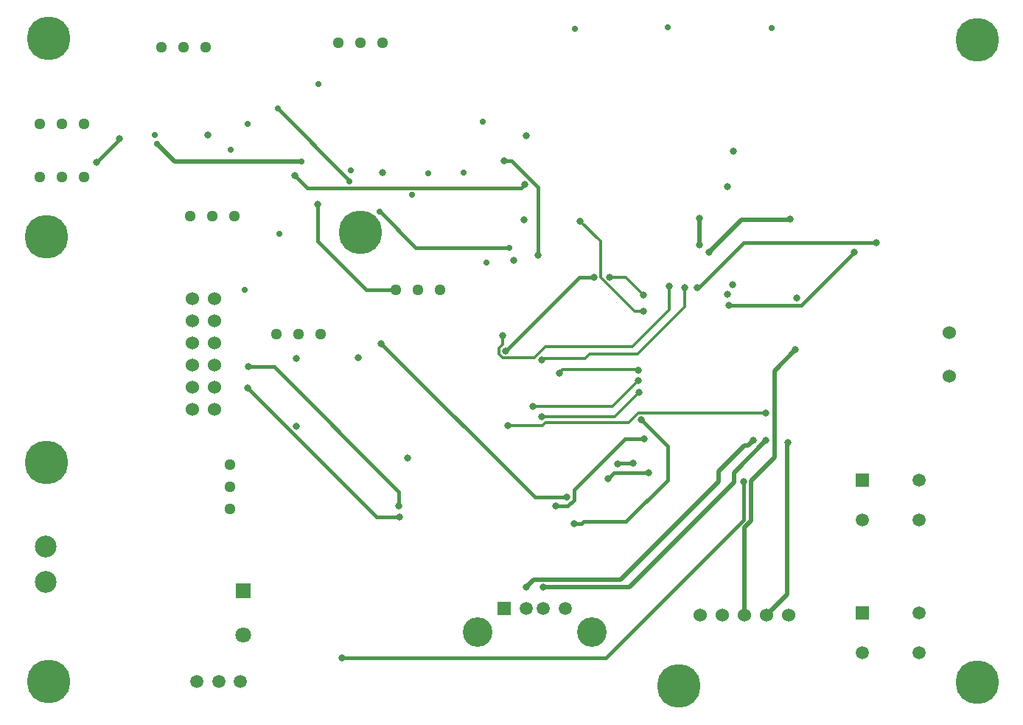
<source format=gbr>
%TF.GenerationSoftware,KiCad,Pcbnew,7.0.7*%
%TF.CreationDate,2024-06-02T12:30:49-04:00*%
%TF.ProjectId,Payload,5061796c-6f61-4642-9e6b-696361645f70,rev?*%
%TF.SameCoordinates,Original*%
%TF.FileFunction,Copper,L4,Bot*%
%TF.FilePolarity,Positive*%
%FSLAX46Y46*%
G04 Gerber Fmt 4.6, Leading zero omitted, Abs format (unit mm)*
G04 Created by KiCad (PCBNEW 7.0.7) date 2024-06-02 12:30:49*
%MOMM*%
%LPD*%
G01*
G04 APERTURE LIST*
%TA.AperFunction,ComponentPad*%
%ADD10C,5.000000*%
%TD*%
%TA.AperFunction,ComponentPad*%
%ADD11R,1.508000X1.508000*%
%TD*%
%TA.AperFunction,ComponentPad*%
%ADD12C,1.508000*%
%TD*%
%TA.AperFunction,ComponentPad*%
%ADD13C,1.295400*%
%TD*%
%TA.AperFunction,ComponentPad*%
%ADD14C,3.396000*%
%TD*%
%TA.AperFunction,ComponentPad*%
%ADD15C,1.524000*%
%TD*%
%TA.AperFunction,ComponentPad*%
%ADD16C,2.500000*%
%TD*%
%TA.AperFunction,ComponentPad*%
%ADD17R,1.800000X1.800000*%
%TD*%
%TA.AperFunction,ComponentPad*%
%ADD18C,1.800000*%
%TD*%
%TA.AperFunction,ViaPad*%
%ADD19C,0.700000*%
%TD*%
%TA.AperFunction,ViaPad*%
%ADD20C,0.800000*%
%TD*%
%TA.AperFunction,Conductor*%
%ADD21C,0.400000*%
%TD*%
%TA.AperFunction,Conductor*%
%ADD22C,0.500000*%
%TD*%
%TA.AperFunction,Conductor*%
%ADD23C,0.300000*%
%TD*%
G04 APERTURE END LIST*
D10*
%TO.P,H6,1,1*%
%TO.N,GND*%
X99314000Y-65278000D03*
%TD*%
D11*
%TO.P,SW1,1,1*%
%TO.N,Net-(U1A-PD2)*%
X157024000Y-109002000D03*
D12*
%TO.P,SW1,2*%
%TO.N,N/C*%
X163524000Y-109002000D03*
%TO.P,SW1,3*%
X157024000Y-113502000D03*
%TO.P,SW1,4,4*%
%TO.N,+3.3V*%
X163524000Y-113502000D03*
%TD*%
D13*
%TO.P,RV1,3,3*%
%TO.N,Net-(U2-RGA)*%
X76454000Y-44005500D03*
%TO.P,RV1,2,2*%
%TO.N,Net-(U2-VOUTA)*%
X78994000Y-44005500D03*
%TO.P,RV1,1,1*%
X81534000Y-44005500D03*
%TD*%
D10*
%TO.P,H4,1,1*%
%TO.N,GND*%
X170180000Y-116949000D03*
%TD*%
%TO.P,H8,1,1*%
%TO.N,GND*%
X63271400Y-91701400D03*
%TD*%
D11*
%TO.P,J1,1,VCC*%
%TO.N,Vusb*%
X115880000Y-108484000D03*
D12*
%TO.P,J1,2,D-*%
%TO.N,USB_D-*%
X118380000Y-108484000D03*
%TO.P,J1,3,D+*%
%TO.N,USB_D+*%
X120380000Y-108484000D03*
%TO.P,J1,4,GND*%
%TO.N,GND*%
X122880000Y-108484000D03*
D14*
%TO.P,J1,S1,SHIELD*%
X112810000Y-111194000D03*
%TO.P,J1,S2,SHIELD__1*%
X125950000Y-111194000D03*
%TD*%
D13*
%TO.P,RV7,1,1*%
%TO.N,Net-(U6-VOUTB)*%
X108458000Y-71882000D03*
%TO.P,RV7,2,2*%
X105918000Y-71882000D03*
%TO.P,RV7,3,3*%
%TO.N,Net-(U6-RGB)*%
X103378000Y-71882000D03*
%TD*%
D15*
%TO.P,U14,1,1*%
%TO.N,SG1_2*%
X82550000Y-72898000D03*
%TO.P,U14,2,2*%
%TO.N,SG3_4*%
X82550000Y-75438000D03*
%TO.P,U14,3,3*%
%TO.N,SG5_6*%
X82550000Y-77978000D03*
%TO.P,U14,4,4*%
%TO.N,Therm1*%
X82550000Y-80518000D03*
%TO.P,U14,5,5*%
%TO.N,Therm2*%
X82550000Y-83058000D03*
%TO.P,U14,6,6*%
%TO.N,Vibro1*%
X82550000Y-85598000D03*
%TO.P,U14,7,7*%
%TO.N,GND*%
X80010000Y-72898000D03*
%TO.P,U14,8,8*%
X80010000Y-75438000D03*
%TO.P,U14,9,9*%
X80010000Y-77978000D03*
%TO.P,U14,10,10*%
X80010000Y-80518000D03*
%TO.P,U14,11,11*%
X80010000Y-83058000D03*
%TO.P,U14,12,12*%
X80010000Y-85598000D03*
%TD*%
D10*
%TO.P,H3,1,1*%
%TO.N,GND*%
X170180000Y-43180000D03*
%TD*%
D13*
%TO.P,RV5,1,1*%
%TO.N,Net-(U6-VOUTA)*%
X101854000Y-43497500D03*
%TO.P,RV5,2,2*%
X99314000Y-43497500D03*
%TO.P,RV5,3,3*%
%TO.N,Net-(U6-RGA)*%
X96774000Y-43497500D03*
%TD*%
D15*
%TO.P,Buzzer1,0,GND_(-)*%
%TO.N,GND*%
X167019874Y-81748000D03*
%TO.P,Buzzer1,1,Vcc_3V_(+)*%
%TO.N,Buzz_on*%
X167019874Y-76748000D03*
%TD*%
D13*
%TO.P,RV4,3,3*%
%TO.N,Net-(U2-RGB)*%
X79820000Y-63423500D03*
%TO.P,RV4,2,2*%
%TO.N,Net-(U2-VOUTB)*%
X82360000Y-63423500D03*
%TO.P,RV4,1,1*%
X84900000Y-63423500D03*
%TD*%
D10*
%TO.P,H1,1,1*%
%TO.N,GND*%
X63500000Y-43035000D03*
%TD*%
D13*
%TO.P,RV6,1,1*%
%TO.N,SG3_4*%
X67564000Y-52832000D03*
%TO.P,RV6,2,2*%
X65024000Y-52832000D03*
%TO.P,RV6,3,3*%
%TO.N,+3.3V*%
X62484000Y-52832000D03*
%TD*%
%TO.P,RV8,1,1*%
%TO.N,SG5_6*%
X89662000Y-76962000D03*
%TO.P,RV8,2,2*%
X92202000Y-76962000D03*
%TO.P,RV8,3,3*%
%TO.N,+3.3V*%
X94742000Y-76962000D03*
%TD*%
%TO.P,RV3,1,1*%
%TO.N,SG1_2*%
X67564000Y-58928000D03*
%TO.P,RV3,2,2*%
X65024000Y-58928000D03*
%TO.P,RV3,3,3*%
%TO.N,+3.3V*%
X62484000Y-58928000D03*
%TD*%
D16*
%TO.P,bornier1,1,1*%
%TO.N,GND*%
X63222000Y-101378000D03*
%TO.P,bornier1,2,2*%
%TO.N,Net-(F1-Pad1)*%
X63222000Y-105378000D03*
%TD*%
D10*
%TO.P,H2,1,1*%
%TO.N,GND*%
X63500000Y-116840000D03*
%TD*%
D12*
%TO.P,S1,1*%
%TO.N,Net-(VR1-OUTPUT)*%
X80558000Y-116840000D03*
%TO.P,S1,2*%
%TO.N,+3.3V*%
X83058000Y-116840000D03*
%TO.P,S1,3*%
%TO.N,Net-(U9-VOUT)*%
X85558000Y-116840000D03*
%TD*%
D10*
%TO.P,H5,1,1*%
%TO.N,GND*%
X63246000Y-65786000D03*
%TD*%
D13*
%TO.P,RV2,3,3*%
%TO.N,ADC123_INP10-Vibro2*%
X84391500Y-97028000D03*
%TO.P,RV2,2,2*%
X84391500Y-94488000D03*
%TO.P,RV2,1,1*%
%TO.N,Net-(U3-NEGA)*%
X84391500Y-91948000D03*
%TD*%
D11*
%TO.P,SW2,1,1*%
%TO.N,Net-(U1A-PD6)*%
X157024000Y-93762000D03*
D12*
%TO.P,SW2,2*%
%TO.N,N/C*%
X163524000Y-93762000D03*
%TO.P,SW2,3*%
X157024000Y-98262000D03*
%TO.P,SW2,4,4*%
%TO.N,+3.3V*%
X163524000Y-98262000D03*
%TD*%
D15*
%TO.P,Programming_pins1,1,Pin_1*%
%TO.N,SWDIO*%
X148501100Y-109258100D03*
%TO.P,Programming_pins1,2,Pin_2*%
%TO.N,SWCLK*%
X145961100Y-109258100D03*
%TO.P,Programming_pins1,3,Pin_3*%
%TO.N,SWO*%
X143421100Y-109258100D03*
%TO.P,Programming_pins1,4,Pin_4*%
%TO.N,GND*%
X140881100Y-109258100D03*
%TO.P,Programming_pins1,5,Pin_5*%
%TO.N,+3.3V*%
X138341100Y-109258100D03*
%TD*%
D17*
%TO.P,D2,1,-*%
%TO.N,Net-(D2--)*%
X85852000Y-106426000D03*
D18*
%TO.P,D2,2,+*%
%TO.N,+3.3V*%
X85852000Y-111506000D03*
%TD*%
D10*
%TO.P,H7,1,1*%
%TO.N,GND*%
X135890000Y-117348000D03*
%TD*%
D19*
%TO.N,GND*%
X111175800Y-58420000D03*
X86360000Y-52832000D03*
X123952000Y-41910000D03*
X94488000Y-48260000D03*
X86029800Y-71907400D03*
X113868200Y-68732400D03*
X75692000Y-54102000D03*
X98221800Y-58166000D03*
X146583400Y-41808400D03*
X105309500Y-60960900D03*
X84428500Y-55832500D03*
X134620000Y-41757600D03*
X90068400Y-65405000D03*
X107111800Y-58470800D03*
X113436400Y-52603400D03*
D20*
%TO.N,+3.3V*%
X101930200Y-58420000D03*
X104800400Y-91186000D03*
X91948000Y-87503000D03*
X118440200Y-54178200D03*
X91948000Y-79756000D03*
X99085400Y-79654400D03*
X118135400Y-63804800D03*
X116967000Y-68478400D03*
X81788000Y-54102000D03*
D19*
%TO.N,/circuits_capteurs/Suiveur*%
X89865200Y-51079400D03*
X116433600Y-67030600D03*
X98120200Y-59461400D03*
X101574600Y-62890400D03*
D20*
%TO.N,+1V8*%
X123063000Y-95656400D03*
X101752400Y-78028800D03*
%TO.N,/circuits_capteurs/Suiveur1*%
X118262400Y-59766200D03*
X91795600Y-58775600D03*
%TO.N,ADC1_INP16-Therm2*%
X116001800Y-78892400D03*
X126161800Y-70408800D03*
%TO.N,/circuit_alimentation/VLXSMPS*%
X141554200Y-60045600D03*
X142138400Y-71323200D03*
%TO.N,/circuit_alimentation/VFBSMPS*%
X141478000Y-72364600D03*
X149453600Y-72796400D03*
X142163800Y-55981600D03*
%TO.N,USB_D-*%
X144449800Y-89154000D03*
X118364000Y-106019600D03*
%TO.N,USB_D+*%
X145948400Y-89179400D03*
X120370600Y-105994200D03*
%TO.N,SWCLK*%
X148437600Y-89408000D03*
%TO.N,SWO*%
X149326600Y-78765400D03*
%TO.N,Net-(U1A-PC0)*%
X134848600Y-71475600D03*
X115671600Y-77114400D03*
%TO.N,Net-(U1A-PA2)*%
X131851400Y-72440800D03*
X127990600Y-70434200D03*
%TO.N,Net-(U1A-PA3)*%
X131876800Y-74371200D03*
X124612400Y-64008000D03*
%TO.N,ADC12_INP18-SG5.6*%
X119761000Y-67919600D03*
X115874800Y-57073800D03*
%TO.N,SCK*%
X128905000Y-91821000D03*
X130657600Y-91744800D03*
%TO.N,MOSI*%
X132486400Y-92837000D03*
X127812800Y-93522800D03*
D19*
%TO.N,/circuits_capteurs/IN-*%
X92583000Y-57150000D03*
X76022200Y-55143400D03*
D20*
%TO.N,Net-(U6-RGB)*%
X94462600Y-62077600D03*
%TO.N,USB_check*%
X97231200Y-114096800D03*
X143357600Y-93878400D03*
%TO.N,QUADSPI_BK1_IO3*%
X156083000Y-67589400D03*
X141681200Y-73685400D03*
%TO.N,QUADSPI_BK1_IO2*%
X138023600Y-71602600D03*
X158623000Y-66446400D03*
%TO.N,QUADSPI_BK1_IO0*%
X139395200Y-67564000D03*
X148717000Y-63779400D03*
%TO.N,QUADSPI_BK1_IO1*%
X138328400Y-66675000D03*
X138328400Y-63627000D03*
%TO.N,QUADSPI_CLK*%
X120192800Y-79883000D03*
X136575800Y-71602600D03*
%TO.N,QUADSPI_BK2_IO0*%
X131267200Y-81076800D03*
X122174000Y-81432400D03*
%TO.N,QUADSPI_BK2_IO1*%
X131267200Y-82270600D03*
X119151400Y-85267800D03*
%TO.N,QUADSPI_BK2_IO2*%
X120167400Y-86461600D03*
X131343400Y-83667600D03*
%TO.N,InteruptionMPU*%
X123901200Y-98704400D03*
X131597400Y-86766400D03*
%TO.N,MISO*%
X121793000Y-96672400D03*
X131953000Y-89001600D03*
%TO.N,QUADSPI_BK2_NCS*%
X145897600Y-86004400D03*
X116306600Y-87452200D03*
%TO.N,Therm1*%
X103759000Y-96647000D03*
X86461600Y-80721200D03*
%TO.N,Therm2*%
X86385400Y-83108800D03*
X103809800Y-97917000D03*
%TO.N,SG1_2*%
X69011800Y-57200800D03*
X71653400Y-54552500D03*
%TD*%
D21*
%TO.N,QUADSPI_BK1_IO2*%
X138239500Y-71602600D02*
X138023600Y-71602600D01*
X143395700Y-66446400D02*
X138239500Y-71602600D01*
X158623000Y-66446400D02*
X143395700Y-66446400D01*
%TO.N,InteruptionMPU*%
X124973471Y-98485400D02*
X129860600Y-98485400D01*
X129860600Y-98485400D02*
X134620000Y-93726000D01*
X134620000Y-93726000D02*
X134620000Y-89789000D01*
X124754471Y-98704400D02*
X124973471Y-98485400D01*
X123901200Y-98704400D02*
X124754471Y-98704400D01*
X134620000Y-89789000D02*
X131597400Y-86766400D01*
D22*
%TO.N,USB_D-*%
X143469600Y-89702400D02*
X143901400Y-89702400D01*
X143901400Y-89702400D02*
X144449800Y-89154000D01*
X129217419Y-105144200D02*
X140462000Y-93899619D01*
X140462000Y-93899619D02*
X140462000Y-92710000D01*
X140462000Y-92710000D02*
X143469600Y-89702400D01*
X119239400Y-105144200D02*
X129217419Y-105144200D01*
X118364000Y-106019600D02*
X119239400Y-105144200D01*
%TO.N,USB_D+*%
X142240000Y-92887800D02*
X145948400Y-89179400D01*
X130225800Y-105994200D02*
X142240000Y-93980000D01*
X142240000Y-93980000D02*
X142240000Y-92887800D01*
X120370600Y-105994200D02*
X130225800Y-105994200D01*
D23*
%TO.N,QUADSPI_BK2_IO0*%
X131216400Y-81026000D02*
X122580400Y-81026000D01*
X131267200Y-81076800D02*
X131216400Y-81026000D01*
X122580400Y-81026000D02*
X122174000Y-81432400D01*
%TO.N,QUADSPI_BK2_NCS*%
X120237461Y-87452200D02*
X116306600Y-87452200D01*
X120567661Y-87122000D02*
X120237461Y-87452200D01*
X131286739Y-86016400D02*
X130181139Y-87122000D01*
X145885600Y-86016400D02*
X131286739Y-86016400D01*
X130181139Y-87122000D02*
X120567661Y-87122000D01*
X145897600Y-86004400D02*
X145885600Y-86016400D01*
%TO.N,QUADSPI_CLK*%
X125201091Y-79756000D02*
X120319800Y-79756000D01*
X120319800Y-79756000D02*
X120192800Y-79883000D01*
X125709091Y-79248000D02*
X125201091Y-79756000D01*
X131165600Y-79248000D02*
X125709091Y-79248000D01*
X136575800Y-73837800D02*
X131165600Y-79248000D01*
X136575800Y-71602600D02*
X136575800Y-73837800D01*
%TO.N,Net-(U1A-PC0)*%
X134848600Y-74142600D02*
X134848600Y-71475600D01*
X130606800Y-78384400D02*
X134848600Y-74142600D01*
X115691139Y-79642400D02*
X119341200Y-79642400D01*
X115251800Y-79203061D02*
X115691139Y-79642400D01*
X120599200Y-78384400D02*
X130606800Y-78384400D01*
X115251800Y-78542661D02*
X115251800Y-79203061D01*
X115671600Y-78122861D02*
X115251800Y-78542661D01*
X115671600Y-77114400D02*
X115671600Y-78122861D01*
X119341200Y-79642400D02*
X120599200Y-78384400D01*
D21*
%TO.N,/circuits_capteurs/Suiveur*%
X105740200Y-67030600D02*
X116433600Y-67030600D01*
X101574600Y-62890400D02*
X101600000Y-62890400D01*
X101600000Y-62890400D02*
X105740200Y-67030600D01*
X89865200Y-51079400D02*
X98120200Y-59334400D01*
X89865200Y-51079400D02*
X89865200Y-51155600D01*
X98120200Y-59334400D02*
X98120200Y-59461400D01*
%TO.N,+1V8*%
X119380000Y-95656400D02*
X101752400Y-78028800D01*
X123063000Y-95656400D02*
X119380000Y-95656400D01*
%TO.N,/circuits_capteurs/Suiveur1*%
X117817200Y-60211400D02*
X93231400Y-60211400D01*
X118262400Y-59766200D02*
X117817200Y-60211400D01*
X93231400Y-60211400D02*
X91795600Y-58775600D01*
%TO.N,ADC1_INP16-Therm2*%
X116001800Y-78892400D02*
X124485400Y-70408800D01*
X124485400Y-70408800D02*
X126161800Y-70408800D01*
D22*
%TO.N,SWCLK*%
X148437600Y-89408000D02*
X148412200Y-89382600D01*
X148412200Y-106807000D02*
X148412200Y-89433400D01*
X148412200Y-89382600D02*
X148412200Y-89281000D01*
X148412200Y-89433400D02*
X148437600Y-89408000D01*
X145961100Y-109258100D02*
X148412200Y-106807000D01*
%TO.N,SWO*%
X143421100Y-109258100D02*
X143421100Y-99128338D01*
X143421100Y-99128338D02*
X144207600Y-98341838D01*
X144207600Y-93841200D02*
X146913600Y-91135200D01*
X146913600Y-91135200D02*
X146913600Y-81178400D01*
X146913600Y-81178400D02*
X149326600Y-78765400D01*
X144207600Y-98341838D02*
X144207600Y-93841200D01*
D23*
%TO.N,Net-(U1A-PA2)*%
X129844800Y-70434200D02*
X131851400Y-72440800D01*
X127990600Y-70434200D02*
X129844800Y-70434200D01*
%TO.N,Net-(U1A-PA3)*%
X126911800Y-70416061D02*
X130866939Y-74371200D01*
X130866939Y-74371200D02*
X131876800Y-74371200D01*
X126911800Y-66307400D02*
X126911800Y-70416061D01*
X124612400Y-64008000D02*
X126911800Y-66307400D01*
D21*
%TO.N,ADC12_INP18-SG5.6*%
X116701371Y-57073800D02*
X115874800Y-57073800D01*
X119761000Y-67919600D02*
X119761000Y-60133429D01*
X119761000Y-60133429D02*
X116701371Y-57073800D01*
D23*
%TO.N,SCK*%
X128981200Y-91744800D02*
X128905000Y-91821000D01*
D21*
X130657600Y-91744800D02*
X128981200Y-91744800D01*
%TO.N,MOSI*%
X132486400Y-92837000D02*
X128498600Y-92837000D01*
X128498600Y-92837000D02*
X127812800Y-93522800D01*
D22*
%TO.N,/circuits_capteurs/IN-*%
X78028800Y-57150000D02*
X76022200Y-55143400D01*
X92583000Y-57150000D02*
X78028800Y-57150000D01*
D21*
%TO.N,Net-(U6-RGB)*%
X100050600Y-71882000D02*
X103378000Y-71882000D01*
X94462600Y-66294000D02*
X100050600Y-71882000D01*
X94462600Y-62077600D02*
X94462600Y-66294000D01*
%TO.N,USB_check*%
X143357600Y-98272600D02*
X127533400Y-114096800D01*
X143357600Y-93878400D02*
X143357600Y-98272600D01*
X127533400Y-114096800D02*
X97231200Y-114096800D01*
%TO.N,QUADSPI_BK1_IO3*%
X156083000Y-67589400D02*
X149987000Y-73685400D01*
X149987000Y-73685400D02*
X141681200Y-73685400D01*
D22*
%TO.N,QUADSPI_BK1_IO0*%
X139395200Y-67564000D02*
X143154400Y-63804800D01*
X143154400Y-63804800D02*
X148691600Y-63804800D01*
X148691600Y-63804800D02*
X148717000Y-63779400D01*
%TO.N,QUADSPI_BK1_IO1*%
X138328400Y-63627000D02*
X138328400Y-66675000D01*
D23*
%TO.N,QUADSPI_BK2_IO1*%
X131267200Y-82296000D02*
X128295400Y-85267800D01*
X128295400Y-85267800D02*
X119151400Y-85267800D01*
X131267200Y-82270600D02*
X131267200Y-82296000D01*
%TO.N,QUADSPI_BK2_IO2*%
X131343400Y-83667600D02*
X128549400Y-86461600D01*
X128549400Y-86461600D02*
X120167400Y-86461600D01*
D21*
%TO.N,MISO*%
X123178371Y-96672400D02*
X123863000Y-95987771D01*
X123863000Y-95987771D02*
X123863000Y-94856400D01*
X123863000Y-94856400D02*
X129717800Y-89001600D01*
X129717800Y-89001600D02*
X131953000Y-89001600D01*
X121793000Y-96672400D02*
X123178371Y-96672400D01*
%TO.N,Therm1*%
X103759000Y-95072200D02*
X89408000Y-80721200D01*
X89408000Y-80721200D02*
X86461600Y-80721200D01*
X103759000Y-96647000D02*
X103759000Y-95072200D01*
%TO.N,Therm2*%
X101193600Y-97917000D02*
X86385400Y-83108800D01*
X103809800Y-97917000D02*
X101193600Y-97917000D01*
%TO.N,SG1_2*%
X69037200Y-57200800D02*
X69011800Y-57200800D01*
X71653400Y-54552500D02*
X71653400Y-54584600D01*
X71653400Y-54584600D02*
X69037200Y-57200800D01*
%TD*%
M02*

</source>
